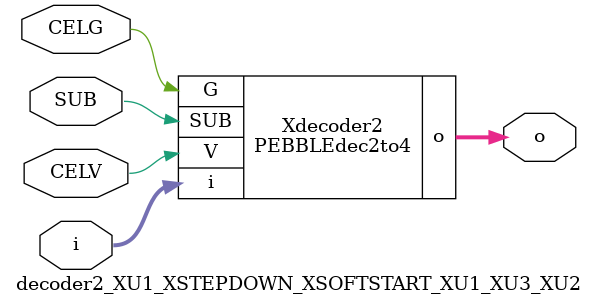
<source format=v>



module PEBBLEdec2to4 ( o, G, V, i, SUB );

  input V;
  input  [1:0] i;
  input G;
  output  [3:0] o;
  input SUB;
endmodule

//Celera Confidential Do Not Copy decoder2_XU1_XSTEPDOWN_XSOFTSTART_XU1_XU3_XU2
//Celera Confidential Symbol Generator
//DECODER
module decoder2_XU1_XSTEPDOWN_XSOFTSTART_XU1_XU3_XU2 (CELV,i,o,
CELG,SUB);
input CELV;
input [1:0] i;
output [3:0] o;
input CELG;
input SUB;

//Celera Confidential Do Not Copy i
wire[1:0] i;
//Celera Confidential Do Not Copy o
wire[3:0] o;
//Celera Confidential Do Not Copy PEBBLEdec2to4
PEBBLEdec2to4 Xdecoder2(
.V (CELV),
.i (i[1:0]),
.o (o[3:0]),
.SUB (SUB),
.G (CELG)
);
//,diesize,PEBBLEdec2to4

//Celera Confidential Do Not Copy Module End
//Celera Schematic Generator
endmodule

</source>
